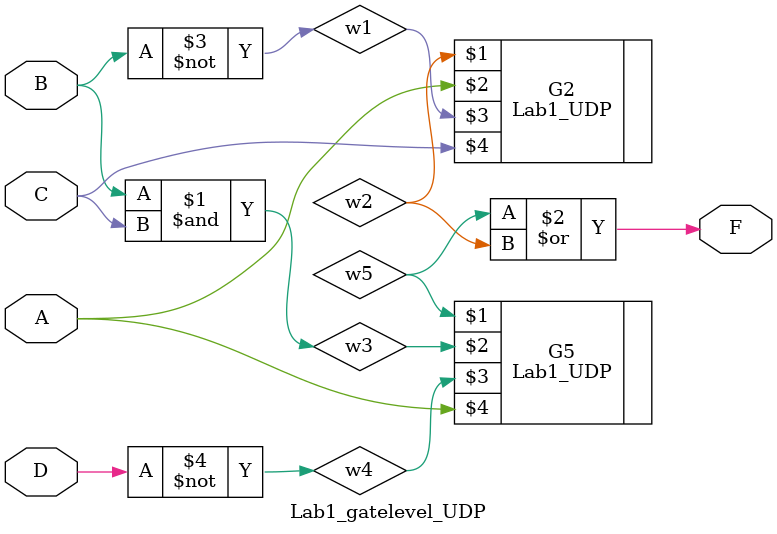
<source format=v>
module Lab1_gatelevel_UDP(F,A,B,C,D);
        output F;
        input A,B,C,D;
        wire w1,w2,w3,w4,w5;

        not G1(w1,B);
        Lab1_UDP G2(w2,A,w1,C);
        and G3(w3,B,C);
        not G4(w4,D);
        Lab1_UDP G5(w5,w3,w4,A);
        or G6(F,w5,w2);

endmodule

</source>
